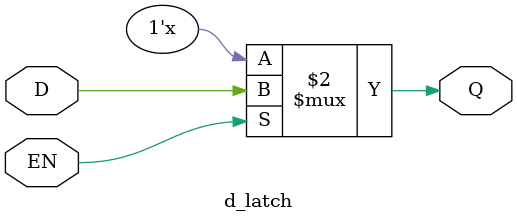
<source format=v>
module dff (D,Clk,Q,Q1); //input,Clock,output
input D,Clk;
output Q1,Q;
wire Qm;
assign Q1=Qm;
d_latch d1(D,~Clk,Qm); //master
d_latch d2(Qm,Clk,Q); //slave
endmodule

module d_latch(EN, D, Q);
  input EN, D;
  output Q;
  reg Q;

  /// EN or Dが変化した時
  always @(EN or D)
    // ENが１ならQにDを設定する
    if (EN)
      Q <= D;
endmodule

</source>
